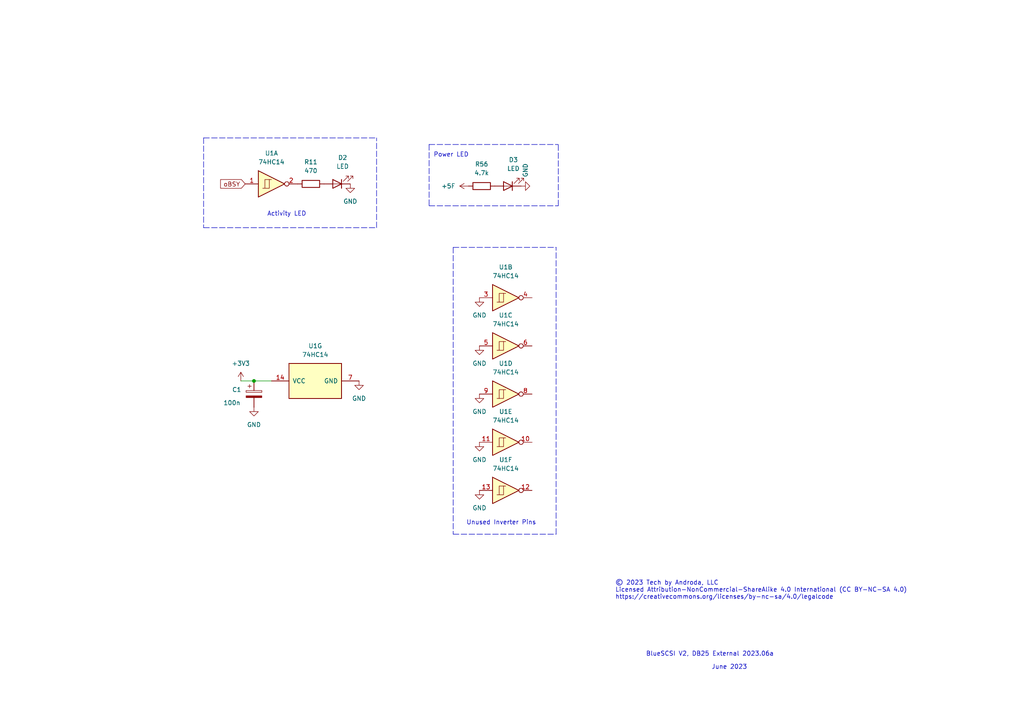
<source format=kicad_sch>
(kicad_sch (version 20211123) (generator eeschema)
  (paper "A4")
  (lib_symbols
    (symbol "74xx:74HC14" (pin_names (offset 1.016))
      (property "Reference" "U" (at 0 1.27 0))
      (property "Value" "74HC14" (at 0 -1.27 0))
      (symbol "74HC14_1_0"
        (polyline (pts (xy -3.81 3.81) (xy -3.81 -3.81) (xy 3.81 0) (xy -3.81 3.81)) (stroke (width 0.254)) (fill (type background)))
        (pin input line (at -7.62 0 0) (length 3.81) (name "~") (number "1"))
        (pin output inverted (at 7.62 0 180) (length 3.81) (name "~") (number "2"))
      )
      (symbol "74HC14_1_1"
        (polyline (pts (xy -1.905 -1.27) (xy -1.905 1.27) (xy -0.635 1.27)))
        (polyline (pts (xy -2.54 -1.27) (xy -0.635 -1.27) (xy -0.635 1.27) (xy 0 1.27)))
      )
      (symbol "74HC14_2_0"
        (polyline (pts (xy -3.81 3.81) (xy -3.81 -3.81) (xy 3.81 0) (xy -3.81 3.81)) (stroke (width 0.254)) (fill (type background)))
        (pin input line (at -7.62 0 0) (length 3.81) (name "~") (number "3"))
        (pin output inverted (at 7.62 0 180) (length 3.81) (name "~") (number "4"))
      )
      (symbol "74HC14_2_1"
        (polyline (pts (xy -1.905 -1.27) (xy -1.905 1.27) (xy -0.635 1.27)))
        (polyline (pts (xy -2.54 -1.27) (xy -0.635 -1.27) (xy -0.635 1.27) (xy 0 1.27)))
      )
      (symbol "74HC14_3_0"
        (polyline (pts (xy -3.81 3.81) (xy -3.81 -3.81) (xy 3.81 0) (xy -3.81 3.81)) (stroke (width 0.254)) (fill (type background)))
        (pin input line (at -7.62 0 0) (length 3.81) (name "~") (number "5"))
        (pin output inverted (at 7.62 0 180) (length 3.81) (name "~") (number "6"))
      )
      (symbol "74HC14_3_1"
        (polyline (pts (xy -1.905 -1.27) (xy -1.905 1.27) (xy -0.635 1.27)))
        (polyline (pts (xy -2.54 -1.27) (xy -0.635 -1.27) (xy -0.635 1.27) (xy 0 1.27)))
      )
      (symbol "74HC14_4_0"
        (polyline (pts (xy -3.81 3.81) (xy -3.81 -3.81) (xy 3.81 0) (xy -3.81 3.81)) (stroke (width 0.254)) (fill (type background)))
        (pin output inverted (at 7.62 0 180) (length 3.81) (name "~") (number "8"))
        (pin input line (at -7.62 0 0) (length 3.81) (name "~") (number "9"))
      )
      (symbol "74HC14_4_1"
        (polyline (pts (xy -1.905 -1.27) (xy -1.905 1.27) (xy -0.635 1.27)))
        (polyline (pts (xy -2.54 -1.27) (xy -0.635 -1.27) (xy -0.635 1.27) (xy 0 1.27)))
      )
      (symbol "74HC14_5_0"
        (polyline (pts (xy -3.81 3.81) (xy -3.81 -3.81) (xy 3.81 0) (xy -3.81 3.81)) (stroke (width 0.254)) (fill (type background)))
        (pin output inverted (at 7.62 0 180) (length 3.81) (name "~") (number "10"))
        (pin input line (at -7.62 0 0) (length 3.81) (name "~") (number "11"))
      )
      (symbol "74HC14_5_1"
        (polyline (pts (xy -1.905 -1.27) (xy -1.905 1.27) (xy -0.635 1.27)))
        (polyline (pts (xy -2.54 -1.27) (xy -0.635 -1.27) (xy -0.635 1.27) (xy 0 1.27)))
      )
      (symbol "74HC14_6_0"
        (polyline (pts (xy -3.81 3.81) (xy -3.81 -3.81) (xy 3.81 0) (xy -3.81 3.81)) (stroke (width 0.254)) (fill (type background)))
        (pin output inverted (at 7.62 0 180) (length 3.81) (name "~") (number "12"))
        (pin input line (at -7.62 0 0) (length 3.81) (name "~") (number "13"))
      )
      (symbol "74HC14_6_1"
        (polyline (pts (xy -1.905 -1.27) (xy -1.905 1.27) (xy -0.635 1.27)))
        (polyline (pts (xy -2.54 -1.27) (xy -0.635 -1.27) (xy -0.635 1.27) (xy 0 1.27)))
      )
      (symbol "74HC14_7_0"
        (pin power_in line (at 0 12.7 270) (length 5.08) (name "VCC") (number "14"))
        (pin power_in line (at 0 -12.7 90) (length 5.08) (name "GND") (number "7"))
      )
      (symbol "74HC14_7_1"
        (rectangle (start -5.08 7.62) (end 5.08 -7.62) (stroke (width 0.254)) (fill (type background)))
      )
    )
    (symbol "Device:CP" (pin_numbers hide) (pin_names (offset 0.254))
      (property "Reference" "C" (at 0.635 2.54 0))
      (property "Value" "Device_CP" (at 0.635 -2.54 0))
      (symbol "CP_0_1"
        (rectangle (start -2.286 0.508) (end 2.286 1.016))
        (polyline (pts (xy -1.778 2.286) (xy -0.762 2.286)))
        (polyline (pts (xy -1.27 2.794) (xy -1.27 1.778)))
        (rectangle (start 2.286 -0.508) (end -2.286 -1.016) (fill (type outline)))
      )
      (symbol "CP_1_1"
        (pin passive line (at 0 3.81 270) (length 2.794) (name "~") (number "1"))
        (pin passive line (at 0 -3.81 90) (length 2.794) (name "~") (number "2"))
      )
    )
    (symbol "Device:LED" (pin_numbers hide) (pin_names (offset 1.016) hide)
      (property "Reference" "D" (at 0 2.54 0))
      (property "Value" "LED" (at 0 -2.54 0))
      (symbol "LED_0_1"
        (polyline (pts (xy -1.27 -1.27) (xy -1.27 1.27)) (stroke (width 0.254)))
        (polyline (pts (xy -1.27 0) (xy 1.27 0)))
        (polyline (pts (xy 1.27 -1.27) (xy 1.27 1.27) (xy -1.27 0) (xy 1.27 -1.27)) (stroke (width 0.254)))
        (polyline (pts (xy -3.048 -0.762) (xy -4.572 -2.286) (xy -3.81 -2.286) (xy -4.572 -2.286) (xy -4.572 -1.524)))
        (polyline (pts (xy -1.778 -0.762) (xy -3.302 -2.286) (xy -2.54 -2.286) (xy -3.302 -2.286) (xy -3.302 -1.524)))
      )
      (symbol "LED_1_1"
        (pin passive line (at -3.81 0 0) (length 2.54) (name "K") (number "1"))
        (pin passive line (at 3.81 0 180) (length 2.54) (name "A") (number "2"))
      )
    )
    (symbol "Device:R" (pin_numbers hide) (pin_names (offset 0))
      (property "Reference" "R" (at 2.032 0 90))
      (property "Value" "R" (at 0 0 90))
      (symbol "R_0_1"
        (rectangle (start -1.016 -2.54) (end 1.016 2.54) (stroke (width 0.254)))
      )
      (symbol "R_1_1"
        (pin passive line (at 0 3.81 270) (length 1.27) (name "~") (number "1"))
        (pin passive line (at 0 -3.81 90) (length 1.27) (name "~") (number "2"))
      )
    )
    (symbol "power:+3.3V" (power) (pin_names (offset 0))
      (property "Value" "+3.3V" (at 0 3.556 0))
      (symbol "+3.3V_0_1"
        (polyline (pts (xy -0.762 1.27) (xy 0 2.54)))
        (polyline (pts (xy 0 0) (xy 0 2.54)))
        (polyline (pts (xy 0 2.54) (xy 0.762 1.27)))
      )
      (symbol "+3.3V_1_1"
        (pin power_in line (at 0 0 90) (length 0) hide (name "+3V3") (number "1"))
      )
    )
    (symbol "power:+5F" (power) (pin_names (offset 0))
      (property "Value" "+5F" (at 0 3.556 0))
      (symbol "+5F_0_1"
        (polyline (pts (xy -0.762 1.27) (xy 0 2.54)))
        (polyline (pts (xy 0 0) (xy 0 2.54)))
        (polyline (pts (xy 0 2.54) (xy 0.762 1.27)))
      )
      (symbol "+5F_1_1"
        (pin power_in line (at 0 0 90) (length 0) hide (name "+5F") (number "1"))
      )
    )
    (symbol "power:GND" (power) (pin_names (offset 0))
      (property "Value" "GND" (at 0 -3.81 0))
      (symbol "GND_0_1"
        (polyline (pts (xy 0 0) (xy 0 -1.27) (xy 1.27 -1.27) (xy 0 -2.54) (xy -1.27 -1.27) (xy 0 -1.27)))
      )
      (symbol "GND_1_1"
        (pin power_in line (at 0 0 270) (length 0) hide (name "GND") (number "1"))
      )
    )
  )
  (junction (at 73.66 110.49))
  (wire (pts (xy 69.85 110.49) (xy 73.66 110.49)))
  (polyline (pts (xy 59.055 40.005) (xy 59.055 66.04)))
  (polyline (pts (xy 124.46 59.69) (xy 161.925 59.69)))
  (polyline (pts (xy 109.22 66.04) (xy 109.22 40.005)))
  (polyline (pts (xy 161.29 154.94) (xy 161.29 71.755)))
  (polyline (pts (xy 161.925 59.69) (xy 161.925 41.91)))
  (wire (pts (xy 73.66 110.49) (xy 78.74 110.49)))
  (polyline (pts (xy 131.445 71.755) (xy 161.29 71.755)))
  (polyline (pts (xy 124.46 41.91) (xy 124.46 59.69)))
  (polyline (pts (xy 131.445 154.94) (xy 161.29 154.94)))
  (polyline (pts (xy 131.445 71.755) (xy 131.445 154.94)))
  (polyline (pts (xy 59.055 66.04) (xy 109.22 66.04)))
  (polyline (pts (xy 124.46 41.91) (xy 161.925 41.91)))
  (polyline (pts (xy 59.055 40.005) (xy 109.22 40.005)))
  (text "June 2023" (at 206.375 194.31 0) (effects (font (size 1.27 1.27)) (justify left bottom)))
  (text "Activity LED" (at 77.47 62.865 0) (effects (font (size 1.27 1.27)) (justify left bottom)))
  (text "© 2023 Tech by Androda, LLC\nLicensed Attribution-NonCommercial-ShareAlike 4.0 International (CC BY-NC-SA 4.0)\nhttps://creativecommons.org/licenses/by-nc-sa/4.0/legalcode" (at 178.435 173.99 0) (effects (font (size 1.27 1.27)) (justify left bottom)))
  (text "Power LED" (at 125.73 45.72 0) (effects (font (size 1.27 1.27)) (justify left bottom)))
  (text "BlueSCSI V2, DB25 External 2023.06a" (at 187.325 190.5 0) (effects (font (size 1.27 1.27)) (justify left bottom)))
  (text "Unused Inverter Pins" (at 135.255 152.4 0) (effects (font (size 1.27 1.27)) (justify left bottom)))
  (global_label "oBSY" (shape input) (at 71.12 53.34 180) (property "Intersheet References" "${INTERSHEET_REFS}" (effects hide)))
  (symbol (lib_id "power:GND") (at 104.14 110.49 0) (unit 1)
    (property "Reference" "#PWR034" (effects hide))
    (property "Value" "GND" (at 104.14 115.57 0))
  )
  (symbol (lib_id "power:GND") (at 139.065 128.27 0) (unit 1)
    (property "Reference" "#PWR030" (effects hide))
    (property "Value" "GND" (at 139.065 133.35 0))
  )
  (symbol (lib_id "power:+3.3V") (at 69.85 110.49 0) (unit 1)
    (property "Reference" "#PWR03" (effects hide))
    (property "Value" "+3.3V" (at 69.85 105.41 0))
  )
  (symbol (lib_id "power:GND") (at 139.065 142.24 0) (unit 1)
    (property "Reference" "#PWR032" (effects hide))
    (property "Value" "GND" (at 139.065 147.32 0))
  )
  (symbol (lib_id "power:GND") (at 73.66 118.11 0) (unit 1)
    (property "Reference" "#PWR04" (effects hide))
    (property "Value" "GND" (at 73.66 123.19 0))
  )
  (symbol (lib_id "power:+5F") (at 135.89 53.975 90) (unit 1)
    (property "Reference" "#PWR0105" (effects hide))
    (property "Value" "+5F" (at 132.08 53.9749 90) (effects (justify left)))
  )
  (symbol (lib_id "Device:CP") (at 73.66 114.3 0) (unit 1)
    (property "Reference" "C1" (at 67.31 113.03 0) (effects (justify left)))
    (property "Value" "100n" (at 64.77 116.84 0) (effects (justify left)))
    (property "Footprint" "Capacitor_SMD:C_0805_2012Metric_Pad1.18x1.45mm_HandSolder" (effects hide))
  )
  (symbol (lib_id "power:GND") (at 151.13 53.975 90) (unit 1)
    (property "Reference" "#PWR068" (effects hide))
    (property "Value" "GND" (at 152.3999 51.435 0) (effects (justify left)))
  )
  (symbol (lib_id "Device:R") (at 90.17 53.34 90) (unit 1)
    (property "Reference" "R11" (at 90.17 46.99 90))
    (property "Value" "470" (at 90.17 49.53 90))
    (property "Footprint" "Resistor_SMD:R_0603_1608Metric_Pad0.98x0.95mm_HandSolder" (effects hide))
  )
  (symbol (lib_id "power:GND") (at 139.065 100.33 0) (unit 1)
    (property "Reference" "#PWR026" (effects hide))
    (property "Value" "GND" (at 139.065 105.41 0))
  )
  (symbol (lib_id "power:GND") (at 139.065 114.3 0) (unit 1)
    (property "Reference" "#PWR029" (effects hide))
    (property "Value" "GND" (at 139.065 119.38 0))
  )
  (symbol (lib_id "74xx:74HC14") (at 146.685 114.3 0) (unit 4)
    (property "Reference" "U1" (at 146.685 105.41 0))
    (property "Value" "74HC14" (at 146.685 107.95 0))
    (property "Datasheet" "http://www.ti.com/lit/gpn/sn74HC14" (effects hide))
  )
  (symbol (lib_id "Device:LED") (at 97.79 53.34 180) (unit 1)
    (property "Reference" "D2" (at 99.3775 45.72 0))
    (property "Value" "LED" (at 99.3775 48.26 0))
    (property "Footprint" "LED_SMD:LED_0603_1608Metric_Pad1.05x0.95mm_HandSolder" (effects hide))
  )
  (symbol (lib_id "Device:R") (at 139.7 53.975 90) (unit 1)
    (property "Reference" "R56" (at 139.7 47.625 90))
    (property "Value" "4.7k" (at 139.7 50.165 90))
    (property "Footprint" "Resistor_SMD:R_0603_1608Metric_Pad0.98x0.95mm_HandSolder" (effects hide))
  )
  (symbol (lib_id "74xx:74HC14") (at 146.685 100.33 0) (unit 3)
    (property "Reference" "U1" (at 146.685 91.44 0))
    (property "Value" "74HC14" (at 146.685 93.98 0))
    (property "Datasheet" "http://www.ti.com/lit/gpn/sn74HC14" (effects hide))
  )
  (symbol (lib_id "power:GND") (at 139.065 86.36 0) (unit 1)
    (property "Reference" "#PWR023" (effects hide))
    (property "Value" "GND" (at 139.065 91.44 0))
  )
  (symbol (lib_id "74xx:74HC14") (at 146.685 128.27 0) (unit 5)
    (property "Reference" "U1" (at 146.685 119.38 0))
    (property "Value" "74HC14" (at 146.685 121.92 0))
    (property "Datasheet" "http://www.ti.com/lit/gpn/sn74HC14" (effects hide))
  )
  (symbol (lib_id "74xx:74HC14") (at 78.74 53.34 0) (unit 1)
    (property "Reference" "U1" (at 78.74 44.45 0))
    (property "Value" "74HC14" (at 78.74 46.99 0))
    (property "Datasheet" "http://www.ti.com/lit/gpn/sn74HC14" (effects hide))
  )
  (symbol (lib_id "power:GND") (at 101.6 53.34 0) (unit 1)
    (property "Reference" "#PWR038" (effects hide))
    (property "Value" "GND" (at 101.6 58.42 0))
  )
  (symbol (lib_id "74xx:74HC14") (at 91.44 110.49 90) (unit 7)
    (property "Reference" "U1" (at 91.44 100.33 90))
    (property "Value" "74HC14" (at 91.44 102.87 90))
    (property "Footprint" "Package_SO:SOIC-14_3.9x8.7mm_P1.27mm" (effects hide))
    (property "Datasheet" "http://www.ti.com/lit/gpn/sn74HC14" (effects hide))
  )
  (symbol (lib_id "74xx:74HC14") (at 146.685 142.24 0) (unit 6)
    (property "Reference" "U1" (at 146.685 133.35 0))
    (property "Value" "74HC14" (at 146.685 135.89 0))
    (property "Datasheet" "http://www.ti.com/lit/gpn/sn74HC14" (effects hide))
  )
  (symbol (lib_id "74xx:74HC14") (at 146.685 86.36 0) (unit 2)
    (property "Reference" "U1" (at 146.685 77.47 0))
    (property "Value" "74HC14" (at 146.685 80.01 0))
    (property "Datasheet" "http://www.ti.com/lit/gpn/sn74HC14" (effects hide))
  )
  (symbol (lib_id "Device:LED") (at 147.32 53.975 180) (unit 1)
    (property "Reference" "D3" (at 148.9075 46.355 0))
    (property "Value" "LED" (at 148.9075 48.895 0))
    (property "Footprint" "LED_SMD:LED_0603_1608Metric_Pad1.05x0.95mm_HandSolder" (effects hide))
  )
)
</source>
